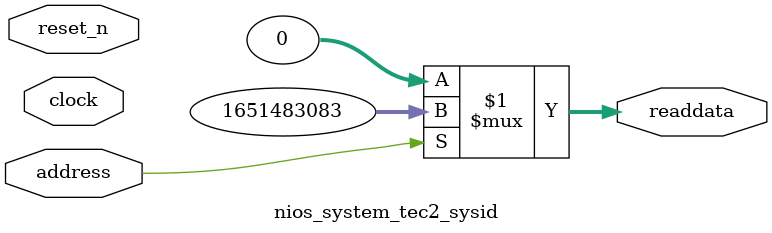
<source format=v>



// synthesis translate_off
`timescale 1ns / 1ps
// synthesis translate_on

// turn off superfluous verilog processor warnings 
// altera message_level Level1 
// altera message_off 10034 10035 10036 10037 10230 10240 10030 

module nios_system_tec2_sysid (
               // inputs:
                address,
                clock,
                reset_n,

               // outputs:
                readdata
             )
;

  output  [ 31: 0] readdata;
  input            address;
  input            clock;
  input            reset_n;

  wire    [ 31: 0] readdata;
  //control_slave, which is an e_avalon_slave
  assign readdata = address ? 1651483083 : 0;

endmodule



</source>
